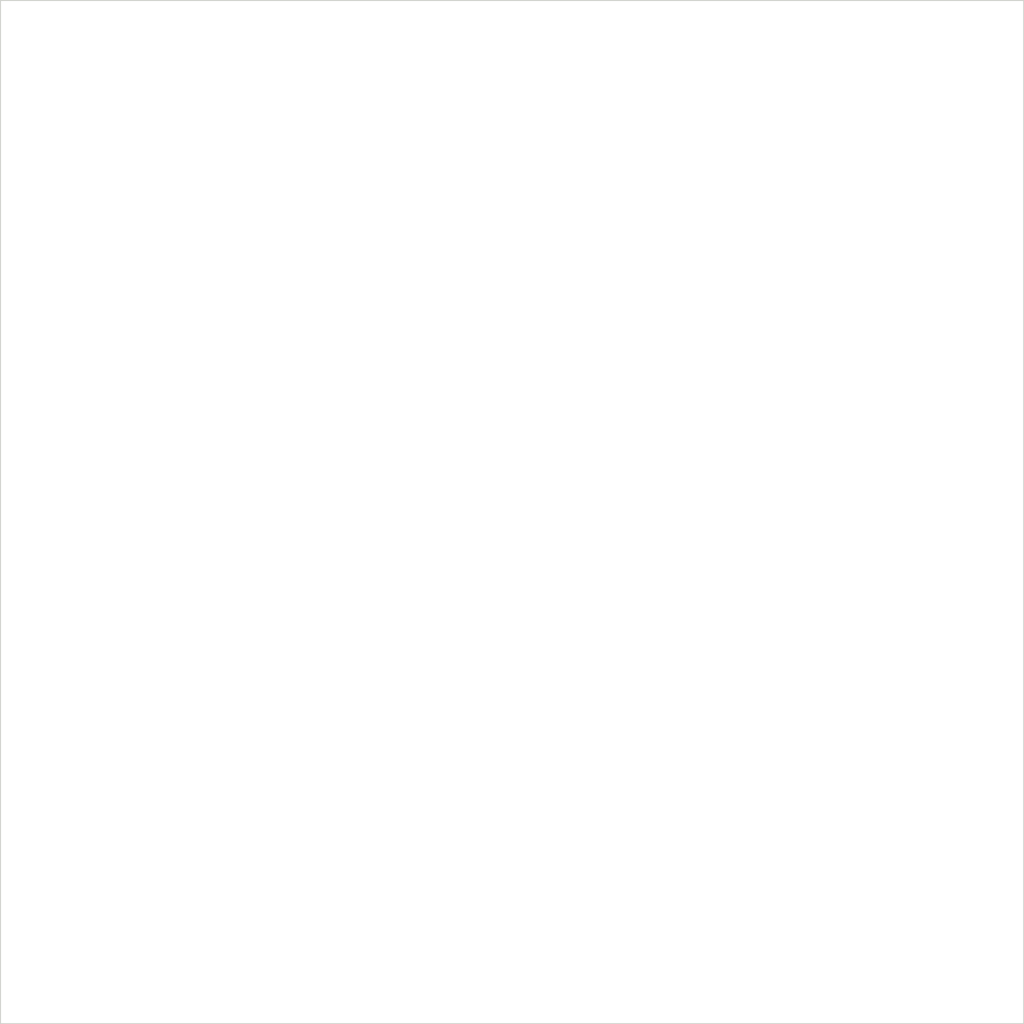
<source format=kicad_pcb>
(kicad_pcb (version 20170123) (host pcbnew "(2017-05-18 revision 2a3a699)-master")

  (general
    (links 0)
    (no_connects 0)
    (area 63.424999 31.674999 215.975001 184.225001)
    (thickness 3.175)
    (drawings 4)
    (tracks 0)
    (zones 0)
    (modules 0)
    (nets 1)
  )

  (page USLetter)
  (title_block
    (title "Topmetal-S sensor tiled plane, 10cm diameter version")
    (date 2017-03-28)
    (rev 0)
    (company LBNL)
  )

  (layers
    (0 F.Cu signal)
    (1 In1.Cu power)
    (2 In2.Cu signal)
    (3 In3.Cu signal)
    (4 In4.Cu signal)
    (5 In5.Cu signal)
    (6 In6.Cu signal)
    (7 In7.Cu signal)
    (8 In8.Cu signal)
    (9 In9.Cu signal)
    (10 In10.Cu signal)
    (11 In11.Cu signal)
    (12 In12.Cu signal)
    (13 In13.Cu signal)
    (14 In14.Cu signal)
    (15 In15.Cu signal)
    (16 In16.Cu signal)
    (17 In17.Cu signal)
    (18 In18.Cu signal)
    (31 B.Cu signal)
    (32 B.Adhes user)
    (33 F.Adhes user)
    (34 B.Paste user)
    (35 F.Paste user)
    (36 B.SilkS user)
    (37 F.SilkS user)
    (38 B.Mask user)
    (39 F.Mask user)
    (40 Dwgs.User user)
    (41 Cmts.User user)
    (42 Eco1.User user)
    (43 Eco2.User user)
    (44 Edge.Cuts user)
    (45 Margin user)
    (46 B.CrtYd user)
    (47 F.CrtYd user)
    (48 B.Fab user)
    (49 F.Fab user)
  )

  (setup
    (last_trace_width 0.1016)
    (user_trace_width 0.1016)
    (user_trace_width 0.1524)
    (user_trace_width 0.2032)
    (trace_clearance 0.1016)
    (zone_clearance 0.508)
    (zone_45_only no)
    (trace_min 0.1016)
    (segment_width 0.2)
    (edge_width 0.15)
    (via_size 0.5588)
    (via_drill 0.2032)
    (via_min_size 0.5588)
    (via_min_drill 0.2032)
    (user_via 0.5588 0.2032)
    (user_via 0.7112 0.3556)
    (uvia_size 0.3048)
    (uvia_drill 0.1016)
    (uvias_allowed no)
    (uvia_min_size 0)
    (uvia_min_drill 0)
    (pcb_text_width 0.3)
    (pcb_text_size 1.5 1.5)
    (mod_edge_width 0.15)
    (mod_text_size 1 1)
    (mod_text_width 0.15)
    (pad_size 1.2 0.9)
    (pad_drill 0)
    (pad_to_mask_clearance 0.2)
    (aux_axis_origin 0 0)
    (visible_elements FFFFFF7F)
    (pcbplotparams
      (layerselection 0x00030_80000001)
      (usegerberextensions false)
      (excludeedgelayer true)
      (linewidth 0.100000)
      (plotframeref false)
      (viasonmask false)
      (mode 1)
      (useauxorigin false)
      (hpglpennumber 1)
      (hpglpenspeed 20)
      (hpglpendiameter 15)
      (psnegative false)
      (psa4output false)
      (plotreference true)
      (plotvalue true)
      (plotinvisibletext false)
      (padsonsilk false)
      (subtractmaskfromsilk false)
      (outputformat 1)
      (mirror false)
      (drillshape 1)
      (scaleselection 1)
      (outputdirectory ""))
  )

  (net 0 "")

  (net_class Default "This is the default net class."
    (clearance 0.1016)
    (trace_width 0.1016)
    (via_dia 0.5588)
    (via_drill 0.2032)
    (uvia_dia 0.3048)
    (uvia_drill 0.1016)
    (diff_pair_gap 0.2032)
    (diff_pair_width 0.1016)
  )

  (gr_line (start 63.5 31.75) (end 215.9 31.75) (layer Edge.Cuts) (width 0.15))
  (gr_line (start 215.9 31.75) (end 215.9 184.15) (layer Edge.Cuts) (width 0.15))
  (gr_line (start 63.5 184.15) (end 215.9 184.15) (layer Edge.Cuts) (width 0.15))
  (gr_line (start 63.5 31.75) (end 63.5 184.15) (layer Edge.Cuts) (width 0.15))

)

</source>
